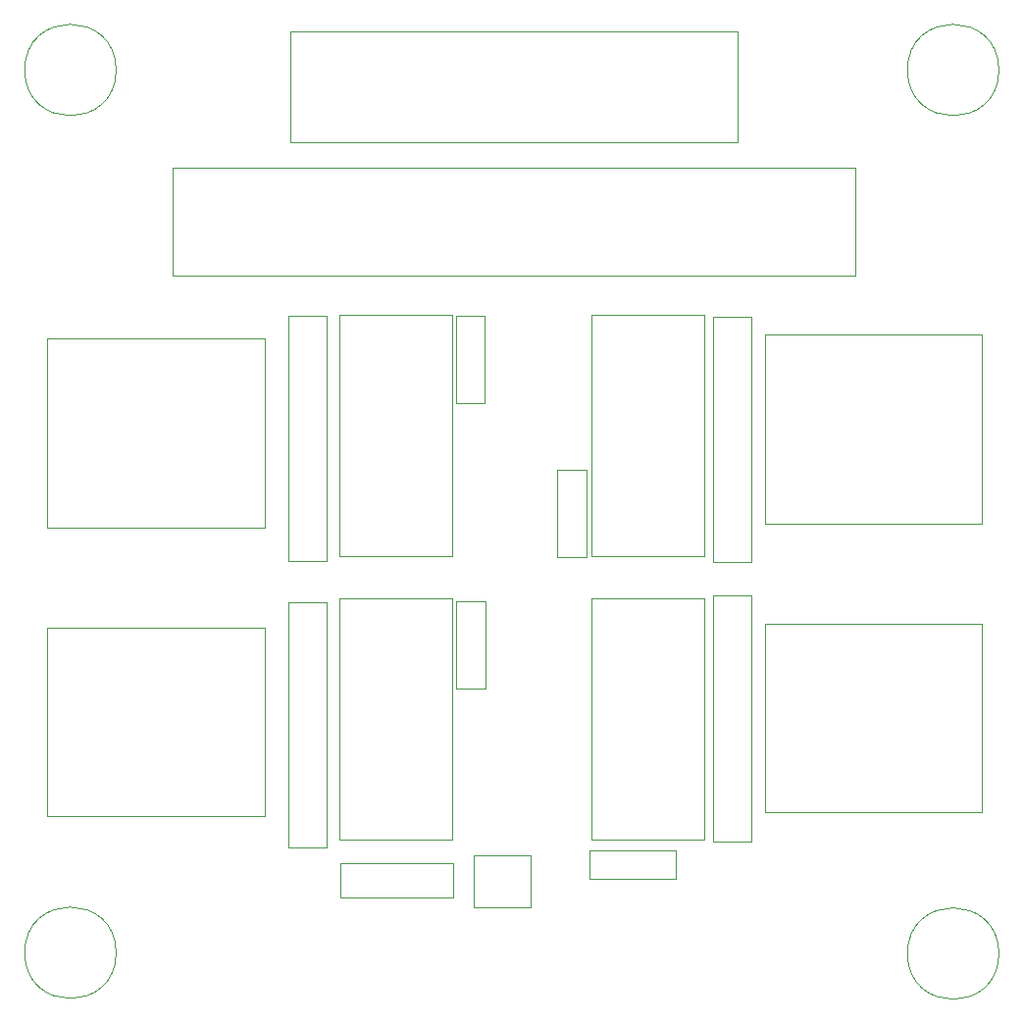
<source format=gbr>
G04 #@! TF.GenerationSoftware,KiCad,Pcbnew,(5.1.10)-1*
G04 #@! TF.CreationDate,2021-08-30T08:40:31-04:00*
G04 #@! TF.ProjectId,Diff_Expansion,44696666-5f45-4787-9061-6e73696f6e2e,v21*
G04 #@! TF.SameCoordinates,Original*
G04 #@! TF.FileFunction,Other,User*
%FSLAX46Y46*%
G04 Gerber Fmt 4.6, Leading zero omitted, Abs format (unit mm)*
G04 Created by KiCad (PCBNEW (5.1.10)-1) date 2021-08-30 08:40:31*
%MOMM*%
%LPD*%
G01*
G04 APERTURE LIST*
%ADD10C,0.050000*%
G04 APERTURE END LIST*
D10*
X91711000Y-61417800D02*
X91711000Y-70967800D01*
X91711000Y-70967800D02*
X130291000Y-70967800D01*
X130291000Y-70967800D02*
X130291000Y-61417800D01*
X130291000Y-61417800D02*
X91711000Y-61417800D01*
X127479000Y-106717800D02*
X127479000Y-85867800D01*
X127479000Y-85867800D02*
X117679000Y-85867800D01*
X117679000Y-85867800D02*
X117679000Y-106717800D01*
X117679000Y-106717800D02*
X127479000Y-106717800D01*
X127479000Y-131211800D02*
X127479000Y-110361800D01*
X127479000Y-110361800D02*
X117679000Y-110361800D01*
X117679000Y-110361800D02*
X117679000Y-131211800D01*
X117679000Y-131211800D02*
X127479000Y-131211800D01*
X95909000Y-110361800D02*
X95909000Y-131211800D01*
X95909000Y-131211800D02*
X105709000Y-131211800D01*
X105709000Y-131211800D02*
X105709000Y-110361800D01*
X105709000Y-110361800D02*
X95909000Y-110361800D01*
X95909000Y-85867800D02*
X95909000Y-106717800D01*
X95909000Y-106717800D02*
X105709000Y-106717800D01*
X105709000Y-106717800D02*
X105709000Y-85867800D01*
X105709000Y-85867800D02*
X95909000Y-85867800D01*
X128189000Y-131331800D02*
X131489000Y-131331800D01*
X131489000Y-131331800D02*
X131489000Y-110131800D01*
X131489000Y-110131800D02*
X128189000Y-110131800D01*
X128189000Y-110131800D02*
X128189000Y-131331800D01*
X128189000Y-107247800D02*
X131489000Y-107247800D01*
X131489000Y-107247800D02*
X131489000Y-86047800D01*
X131489000Y-86047800D02*
X128189000Y-86047800D01*
X128189000Y-86047800D02*
X128189000Y-107247800D01*
X94839000Y-110671800D02*
X91539000Y-110671800D01*
X91539000Y-110671800D02*
X91539000Y-131871800D01*
X91539000Y-131871800D02*
X94839000Y-131871800D01*
X94839000Y-131871800D02*
X94839000Y-110671800D01*
X94839000Y-85987800D02*
X91539000Y-85987800D01*
X91539000Y-85987800D02*
X91539000Y-107187800D01*
X91539000Y-107187800D02*
X94839000Y-107187800D01*
X94839000Y-107187800D02*
X94839000Y-85987800D01*
X132699000Y-128861800D02*
X132699000Y-112551800D01*
X132699000Y-128861800D02*
X151439000Y-128861800D01*
X151439000Y-112551800D02*
X132699000Y-112551800D01*
X151439000Y-112551800D02*
X151439000Y-128861800D01*
X132699000Y-103917800D02*
X132699000Y-87607800D01*
X132699000Y-103917800D02*
X151439000Y-103917800D01*
X151439000Y-87607800D02*
X132699000Y-87607800D01*
X151439000Y-87607800D02*
X151439000Y-103917800D01*
X89489000Y-112876800D02*
X89489000Y-129186800D01*
X89489000Y-112876800D02*
X70749000Y-112876800D01*
X70749000Y-129186800D02*
X89489000Y-129186800D01*
X70749000Y-129186800D02*
X70749000Y-112876800D01*
X89489000Y-87932800D02*
X89489000Y-104242800D01*
X89489000Y-87932800D02*
X70749000Y-87932800D01*
X70749000Y-104242800D02*
X89489000Y-104242800D01*
X70749000Y-104242800D02*
X70749000Y-87932800D01*
X117529000Y-132101800D02*
X117529000Y-134601800D01*
X117529000Y-134601800D02*
X125029000Y-134601800D01*
X125029000Y-134601800D02*
X125029000Y-132101800D01*
X125029000Y-132101800D02*
X117529000Y-132101800D01*
X114749000Y-106797800D02*
X117249000Y-106797800D01*
X117249000Y-106797800D02*
X117249000Y-99297800D01*
X117249000Y-99297800D02*
X114749000Y-99297800D01*
X114749000Y-99297800D02*
X114749000Y-106797800D01*
X108559000Y-110651800D02*
X106059000Y-110651800D01*
X106059000Y-110651800D02*
X106059000Y-118151800D01*
X106059000Y-118151800D02*
X108559000Y-118151800D01*
X108559000Y-118151800D02*
X108559000Y-110651800D01*
X108509000Y-85987800D02*
X106009000Y-85987800D01*
X106009000Y-85987800D02*
X106009000Y-93487800D01*
X106009000Y-93487800D02*
X108509000Y-93487800D01*
X108509000Y-93487800D02*
X108509000Y-85987800D01*
X152881000Y-64769800D02*
G75*
G03*
X152881000Y-64769800I-3950000J0D01*
G01*
X76681000Y-64769800D02*
G75*
G03*
X76681000Y-64769800I-3950000J0D01*
G01*
X152881000Y-141037800D02*
G75*
G03*
X152881000Y-141037800I-3950000J0D01*
G01*
X76681000Y-140969800D02*
G75*
G03*
X76681000Y-140969800I-3950000J0D01*
G01*
X96025000Y-133231800D02*
X96025000Y-136231800D01*
X96025000Y-136231800D02*
X105745000Y-136231800D01*
X105745000Y-136231800D02*
X105745000Y-133231800D01*
X105745000Y-133231800D02*
X96025000Y-133231800D01*
X107585000Y-132531800D02*
X107585000Y-137031800D01*
X107585000Y-137031800D02*
X112435000Y-137031800D01*
X112435000Y-137031800D02*
X112435000Y-132531800D01*
X112435000Y-132531800D02*
X107585000Y-132531800D01*
X81531000Y-73179800D02*
X140491000Y-73179800D01*
X140491000Y-73179800D02*
X140491000Y-82539800D01*
X140491000Y-82539800D02*
X81531000Y-82539800D01*
X81531000Y-82539800D02*
X81531000Y-73179800D01*
M02*

</source>
